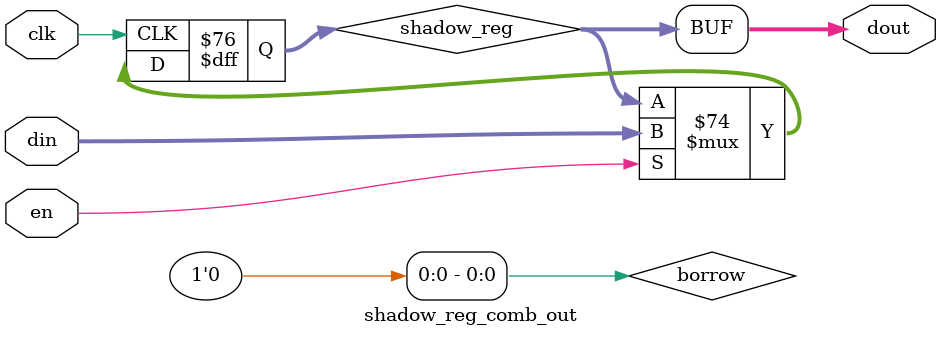
<source format=sv>
module shadow_reg_comb_out #(parameter WIDTH=8) (
    input clk, en,
    input [WIDTH-1:0] din,
    output [WIDTH-1:0] dout
);
    reg [WIDTH-1:0] shadow_reg;
    wire [WIDTH-1:0] subtractor_out;
    wire [WIDTH:0] borrow;
    
    // Generate borrow signals for parallel borrow-lookahead subtractor
    assign borrow[0] = 1'b0;
    genvar i;
    generate
        for (i = 0; i < WIDTH; i = i + 1) begin : gen_borrow
            assign borrow[i+1] = (~shadow_reg[i] & borrow[i]) | (~shadow_reg[i] & din[i]) | (din[i] & borrow[i]);
        end
    endgenerate
    
    // Calculate subtraction result with borrow-lookahead
    generate
        for (i = 0; i < WIDTH; i = i + 1) begin : gen_diff
            assign subtractor_out[i] = shadow_reg[i] ^ din[i] ^ borrow[i];
        end
    endgenerate
    
    // Register update with enable
    always @(posedge clk) begin
        if(en) shadow_reg <= din;
    end
    
    // Output assignment
    assign dout = shadow_reg;
endmodule
</source>
